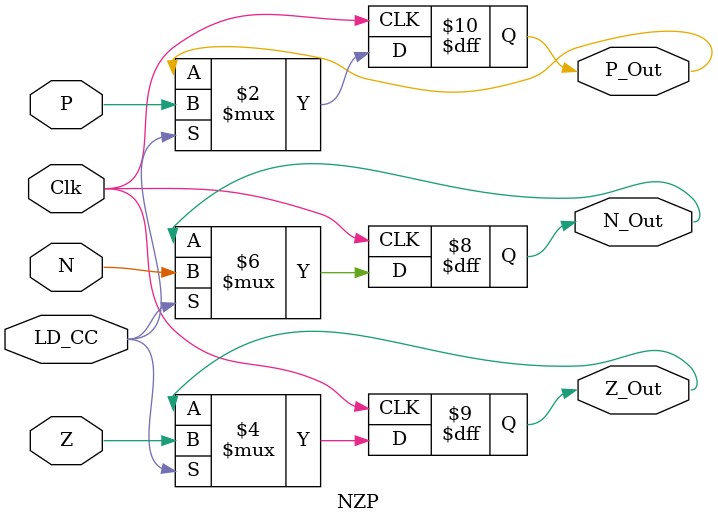
<source format=sv>
module NZP (input  logic Clk, N, Z, P, LD_CC,
						output logic N_Out, Z_Out, P_Out);
						
always_ff @ (posedge Clk)
begin
	if(LD_CC)	
	begin
		N_Out <= N;
		Z_Out <= Z;
		P_Out <= P;
	end
end
			
endmodule 
</source>
